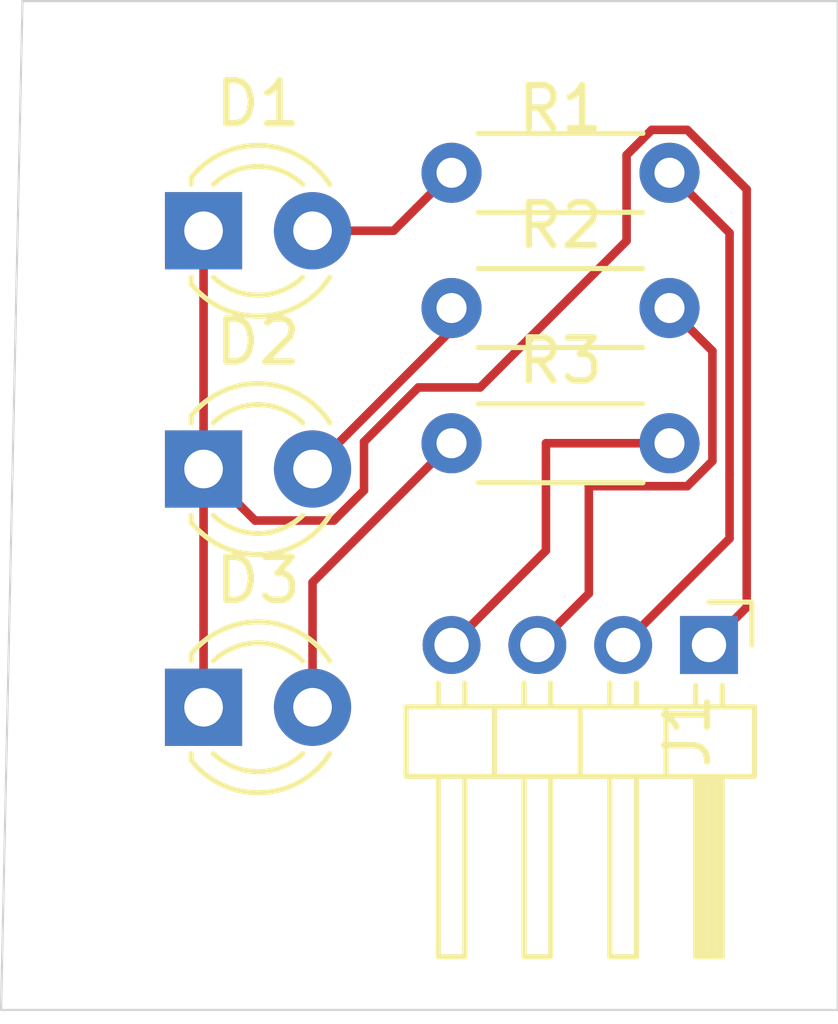
<source format=kicad_pcb>
(kicad_pcb (version 20240108) (generator "pcbnew") (generator_version "8.0")
  (layers (0 "F.Cu" signal) (31 "B.Cu" signal) (34 "B.Paste" user) (35 "F.Paste" user) (36 "B.SilkS" user "B.Silkscreen") (37 "F.SilkS" user "F.Silkscreen") (38 "B.Mask" user) (39 "F.Mask" user) (44 "Edge.Cuts" user))
  (net 0 "")
  (net 1 "Net-(D1-A)")
  (net 2 "Net-(D1-K)")
  (net 3 "Net-(D2-A)")
  (net 4 "Net-(D3-A)")
  (net 5 "Net-(J1-Pin_4)")
  (net 6 "Net-(J1-Pin_2)")
  (net 7 "Net-(J1-Pin_3)")
  (footprint "Resistor_THT:R_Axial_DIN0204_L3.6mm_D1.6mm_P5.08mm_Horizontal" (layer "F.Cu") (at 133.5 82.5)
    (property "Reference" "R1" (at 2.54 -1.5 0) (layer "F.SilkS"))
    (property "Value" "R")
    (fp_line (start 0.62 -0.92) (end 4.46 -0.92) (stroke (width 0.12)) (layer "F.SilkS"))
    (fp_line (start 0.62 0.92) (end 4.46 0.92) (stroke (width 0.12)) (layer "F.SilkS"))
    (pad "1" thru_hole circle (at 0 0) (size 1.4 1.4) (drill 0.7) (layers "*.Cu" "*.Mask") (net 1 "Net-(D1-A)"))
    (pad "2" thru_hole oval (at 5.08 0) (size 1.4 1.4) (drill 0.7) (layers "*.Cu" "*.Mask") (net 6 "Net-(J1-Pin_2)"))
  )
  (footprint "Resistor_THT:R_Axial_DIN0204_L3.6mm_D1.6mm_P5.08mm_Horizontal" (layer "F.Cu") (at 133.5 85.65)
    (property "Reference" "R2" (at 2.54 -1.92 0) (layer "F.SilkS"))
    (property "Value" "R")
    (fp_line (start 0.62 -0.92) (end 4.46 -0.92) (stroke (width 0.12)) (layer "F.SilkS"))
    (fp_line (start 0.62 0.92) (end 4.46 0.92) (stroke (width 0.12)) (layer "F.SilkS"))
    (pad "1" thru_hole circle (at 0 0) (size 1.4 1.4) (drill 0.7) (layers "*.Cu" "*.Mask") (net 3 "Net-(D2-A)"))
    (pad "2" thru_hole oval (at 5.08 0) (size 1.4 1.4) (drill 0.7) (layers "*.Cu" "*.Mask") (net 7 "Net-(J1-Pin_3)"))
  )
  (footprint "Resistor_THT:R_Axial_DIN0204_L3.6mm_D1.6mm_P5.08mm_Horizontal" (layer "F.Cu") (at 133.5 88.8)
    (property "Reference" "R3" (at 2.54 -1.92 0) (layer "F.SilkS"))
    (property "Value" "R")
    (fp_line (start 0.62 -0.92) (end 4.46 -0.92) (stroke (width 0.12)) (layer "F.SilkS"))
    (fp_line (start 0.62 0.92) (end 4.46 0.92) (stroke (width 0.12)) (layer "F.SilkS"))
    (pad "1" thru_hole circle (at 0 0) (size 1.4 1.4) (drill 0.7) (layers "*.Cu" "*.Mask") (net 4 "Net-(D3-A)"))
    (pad "2" thru_hole oval (at 5.08 0) (size 1.4 1.4) (drill 0.7) (layers "*.Cu" "*.Mask") (net 5 "Net-(J1-Pin_4)"))
  )
  (footprint "LED_THT:LED_D3.0mm" (layer "F.Cu") (at 127.72 83.85)
    (property "Reference" "D1" (at 1.27 -2.96 0) (layer "F.SilkS"))
    (property "Value" "LED")
    (fp_line (start -0.29 -1.236) (end -0.29 -1.08) (stroke (width 0.12)) (layer "F.SilkS"))
    (fp_line (start -0.29 1.08) (end -0.29 1.236) (stroke (width 0.12)) (layer "F.SilkS"))
    (fp_arc (start -0.29 -1.235516) (mid 1.366487 -1.987659) (end 2.942335 -1.078608) (stroke (width 0.12)) (layer "F.SilkS"))
    (fp_arc (start 0.229039 -1.08) (mid 1.270117 -1.5) (end 2.31113 -1.079837) (stroke (width 0.12)) (layer "F.SilkS"))
    (fp_arc (start 2.31113 1.079837) (mid 1.270117 1.5) (end 0.229039 1.08) (stroke (width 0.12)) (layer "F.SilkS"))
    (fp_arc (start 2.942335 1.078608) (mid 1.366487 1.987659) (end -0.29 1.235516) (stroke (width 0.12)) (layer "F.SilkS"))
    (pad "1" thru_hole rect (at 0 0) (size 1.8 1.8) (drill 0.9) (layers "*.Cu" "*.Mask") (net 2 "Net-(D1-K)"))
    (pad "2" thru_hole circle (at 2.54 0) (size 1.8 1.8) (drill 0.9) (layers "*.Cu" "*.Mask") (net 1 "Net-(D1-A)"))
  )
  (footprint "LED_THT:LED_D3.0mm" (layer "F.Cu") (at 127.72 89.4)
    (property "Reference" "D2" (at 1.27 -2.96 0) (layer "F.SilkS"))
    (property "Value" "LED")
    (fp_line (start -0.29 -1.236) (end -0.29 -1.08) (stroke (width 0.12)) (layer "F.SilkS"))
    (fp_line (start -0.29 1.08) (end -0.29 1.236) (stroke (width 0.12)) (layer "F.SilkS"))
    (fp_arc (start -0.29 -1.235516) (mid 1.366487 -1.987659) (end 2.942335 -1.078608) (stroke (width 0.12)) (layer "F.SilkS"))
    (fp_arc (start 0.229039 -1.08) (mid 1.270117 -1.5) (end 2.31113 -1.079837) (stroke (width 0.12)) (layer "F.SilkS"))
    (fp_arc (start 2.31113 1.079837) (mid 1.270117 1.5) (end 0.229039 1.08) (stroke (width 0.12)) (layer "F.SilkS"))
    (fp_arc (start 2.942335 1.078608) (mid 1.366487 1.987659) (end -0.29 1.235516) (stroke (width 0.12)) (layer "F.SilkS"))
    (pad "1" thru_hole rect (at 0 0) (size 1.8 1.8) (drill 0.9) (layers "*.Cu" "*.Mask") (net 2 "Net-(D1-K)"))
    (pad "2" thru_hole circle (at 2.54 0) (size 1.8 1.8) (drill 0.9) (layers "*.Cu" "*.Mask") (net 3 "Net-(D2-A)"))
  )
  (footprint "LED_THT:LED_D3.0mm" (layer "F.Cu") (at 127.72 94.95)
    (property "Reference" "D3" (at 1.27 -2.96 0) (layer "F.SilkS"))
    (property "Value" "LED")
    (fp_line (start -0.29 -1.236) (end -0.29 -1.08) (stroke (width 0.12)) (layer "F.SilkS"))
    (fp_line (start -0.29 1.08) (end -0.29 1.236) (stroke (width 0.12)) (layer "F.SilkS"))
    (fp_arc (start -0.29 -1.235516) (mid 1.366487 -1.987659) (end 2.942335 -1.078608) (stroke (width 0.12)) (layer "F.SilkS"))
    (fp_arc (start 0.229039 -1.08) (mid 1.270117 -1.5) (end 2.31113 -1.079837) (stroke (width 0.12)) (layer "F.SilkS"))
    (fp_arc (start 2.31113 1.079837) (mid 1.270117 1.5) (end 0.229039 1.08) (stroke (width 0.12)) (layer "F.SilkS"))
    (fp_arc (start 2.942335 1.078608) (mid 1.366487 1.987659) (end -0.29 1.235516) (stroke (width 0.12)) (layer "F.SilkS"))
    (pad "1" thru_hole rect (at 0 0) (size 1.8 1.8) (drill 0.9) (layers "*.Cu" "*.Mask") (net 2 "Net-(D1-K)"))
    (pad "2" thru_hole circle (at 2.54 0) (size 1.8 1.8) (drill 0.9) (layers "*.Cu" "*.Mask") (net 4 "Net-(D3-A)"))
  )
  (footprint "Connector_PinHeader_2.00mm:PinHeader_1x04_P2.00mm_Horizontal" (layer "F.Cu") (at 139.5 93.5 -90)
    (property "Reference" "J1" (at 2 0.5 90) (layer "F.SilkS"))
    (property "Value" "Conn_01x04_Pin")
    (fp_line (start 1.44 7.06) (end 3.06 7.06) (stroke (width 0.12)) (layer "F.SilkS"))
    (fp_line (start 3.06 7.06) (end 3.06 -1.06) (stroke (width 0.12)) (layer "F.SilkS"))
    (fp_line (start 0.882114 6.31) (end 1.44 6.31) (stroke (width 0.12)) (layer "F.SilkS"))
    (fp_line (start 7.26 6.31) (end 3.06 6.31) (stroke (width 0.12)) (layer "F.SilkS"))
    (fp_line (start 0.882114 5.69) (end 1.44 5.69) (stroke (width 0.12)) (layer "F.SilkS"))
    (fp_line (start 3.06 5.69) (end 7.26 5.69) (stroke (width 0.12)) (layer "F.SilkS"))
    (fp_line (start 7.26 5.69) (end 7.26 6.31) (stroke (width 0.12)) (layer "F.SilkS"))
    (fp_line (start 1.44 5) (end 3.06 5) (stroke (width 0.12)) (layer "F.SilkS"))
    (fp_line (start 0.882114 4.31) (end 1.44 4.31) (stroke (width 0.12)) (layer "F.SilkS"))
    (fp_line (start 7.26 4.31) (end 3.06 4.31) (stroke (width 0.12)) (layer "F.SilkS"))
    (fp_line (start 0.882114 3.69) (end 1.44 3.69) (stroke (width 0.12)) (layer "F.SilkS"))
    (fp_line (start 3.06 3.69) (end 7.26 3.69) (stroke (width 0.12)) (layer "F.SilkS"))
    (fp_line (start 7.26 3.69) (end 7.26 4.31) (stroke (width 0.12)) (layer "F.SilkS"))
    (fp_line (start 1.44 3) (end 3.06 3) (stroke (width 0.12)) (layer "F.SilkS"))
    (fp_line (start 0.882114 2.31) (end 1.44 2.31) (stroke (width 0.12)) (layer "F.SilkS"))
    (fp_line (start 7.26 2.31) (end 3.06 2.31) (stroke (width 0.12)) (layer "F.SilkS"))
    (fp_line (start 0.882114 1.69) (end 1.44 1.69) (stroke (width 0.12)) (layer "F.SilkS"))
    (fp_line (start 3.06 1.69) (end 7.26 1.69) (stroke (width 0.12)) (layer "F.SilkS"))
    (fp_line (start 7.26 1.69) (end 7.26 2.31) (stroke (width 0.12)) (layer "F.SilkS"))
    (fp_line (start 1.44 1) (end 3.06 1) (stroke (width 0.12)) (layer "F.SilkS"))
    (fp_line (start 0.935 0.31) (end 1.44 0.31) (stroke (width 0.12)) (layer "F.SilkS"))
    (fp_line (start 7.26 0.31) (end 3.06 0.31) (stroke (width 0.12)) (layer "F.SilkS"))
    (fp_line (start 3.06 0.23) (end 7.26 0.23) (stroke (width 0.12)) (layer "F.SilkS"))
    (fp_line (start 3.06 0.11) (end 7.26 0.11) (stroke (width 0.12)) (layer "F.SilkS"))
    (fp_line (start -1 0) (end -1 -1) (stroke (width 0.12)) (layer "F.SilkS"))
    (fp_line (start 3.06 -0.01) (end 7.26 -0.01) (stroke (width 0.12)) (layer "F.SilkS"))
    (fp_line (start 3.06 -0.13) (end 7.26 -0.13) (stroke (width 0.12)) (layer "F.SilkS"))
    (fp_line (start 3.06 -0.25) (end 7.26 -0.25) (stroke (width 0.12)) (layer "F.SilkS"))
    (fp_line (start 0.935 -0.31) (end 1.44 -0.31) (stroke (width 0.12)) (layer "F.SilkS"))
    (fp_line (start 3.06 -0.31) (end 7.26 -0.31) (stroke (width 0.12)) (layer "F.SilkS"))
    (fp_line (start 7.26 -0.31) (end 7.26 0.31) (stroke (width 0.12)) (layer "F.SilkS"))
    (fp_line (start -1 -1) (end 0 -1) (stroke (width 0.12)) (layer "F.SilkS"))
    (fp_line (start 1.44 -1.06) (end 1.44 7.06) (stroke (width 0.12)) (layer "F.SilkS"))
    (fp_line (start 3.06 -1.06) (end 1.44 -1.06) (stroke (width 0.12)) (layer "F.SilkS"))
    (pad "1" thru_hole rect (at 0 0 270) (size 1.35 1.35) (drill 0.8) (layers "*.Cu" "*.Mask") (net 2 "Net-(D1-K)"))
    (pad "2" thru_hole oval (at 0 2 270) (size 1.35 1.35) (drill 0.8) (layers "*.Cu" "*.Mask") (net 6 "Net-(J1-Pin_2)"))
    (pad "3" thru_hole oval (at 0 4 270) (size 1.35 1.35) (drill 0.8) (layers "*.Cu" "*.Mask") (net 7 "Net-(J1-Pin_3)"))
    (pad "4" thru_hole oval (at 0 6 270) (size 1.35 1.35) (drill 0.8) (layers "*.Cu" "*.Mask") (net 5 "Net-(J1-Pin_4)"))
  )
  (gr_line (start 123.5 78.5) (end 125 78.5) (stroke (width 0.05)) (layer "Edge.Cuts"))
  (gr_line (start 142.5 78.5) (end 142.5 102) (stroke (width 0.05)) (layer "Edge.Cuts"))
  (gr_line (start 125 78.5) (end 142.5 78.5) (stroke (width 0.05)) (layer "Edge.Cuts"))
  (gr_line (start 142.5 102) (end 123 102) (stroke (width 0.05)) (layer "Edge.Cuts"))
  (gr_line (start 123 102) (end 123.5 78.5) (stroke (width 0.05)) (layer "Edge.Cuts"))
  (segment (start 133.5 82.5) (end 132.15 83.85) (width 0.2) (layer "F.Cu") (net 1))
  (segment (start 132.15 83.85) (end 130.26 83.85) (width 0.2) (layer "F.Cu") (net 1))
  (segment (start 127.72 89.4) (end 128.92 90.6) (width 0.2) (layer "F.Cu") (net 2))
  (segment (start 131.46 89.897057) (end 131.46 88.765686) (width 0.2) (layer "F.Cu") (net 2))
  (segment (start 137.58 84.085786) (end 137.58 82.085786) (width 0.2) (layer "F.Cu") (net 2))
  (segment (start 128.92 90.6) (end 130.757057 90.6) (width 0.2) (layer "F.Cu") (net 2))
  (segment (start 138.165786 81.5) (end 138.994214 81.5) (width 0.2) (layer "F.Cu") (net 2))
  (segment (start 127.72 83.85) (end 127.72 94.95) (width 0.2) (layer "F.Cu") (net 2))
  (segment (start 134.165786 87.5) (end 137.58 84.085786) (width 0.2) (layer "F.Cu") (net 2))
  (segment (start 138.994214 81.5) (end 140.38 82.885786) (width 0.2) (layer "F.Cu") (net 2))
  (segment (start 132.725686 87.5) (end 134.165786 87.5) (width 0.2) (layer "F.Cu") (net 2))
  (segment (start 130.757057 90.6) (end 131.46 89.897057) (width 0.2) (layer "F.Cu") (net 2))
  (segment (start 140.38 82.885786) (end 140.38 92.62) (width 0.2) (layer "F.Cu") (net 2))
  (segment (start 140.38 92.62) (end 139.5 93.5) (width 0.2) (layer "F.Cu") (net 2))
  (segment (start 131.46 88.765686) (end 132.725686 87.5) (width 0.2) (layer "F.Cu") (net 2))
  (segment (start 137.58 82.085786) (end 138.165786 81.5) (width 0.2) (layer "F.Cu") (net 2))
  (segment (start 130.26 89.4) (end 133.5 86.16) (width 0.2) (layer "F.Cu") (net 3))
  (segment (start 133.5 86.16) (end 133.5 85.65) (width 0.2) (layer "F.Cu") (net 3))
  (segment (start 130.26 94.95) (end 130.26 92.04) (width 0.2) (layer "F.Cu") (net 4))
  (segment (start 130.26 92.04) (end 133.5 88.8) (width 0.2) (layer "F.Cu") (net 4))
  (segment (start 135.7 88.8) (end 138.58 88.8) (width 0.2) (layer "F.Cu") (net 5))
  (segment (start 135.7 91.3) (end 135.7 88.8) (width 0.2) (layer "F.Cu") (net 5))
  (segment (start 133.5 93.5) (end 135.7 91.3) (width 0.2) (layer "F.Cu") (net 5))
  (segment (start 137.5 93.5) (end 139.98 91.02) (width 0.2) (layer "F.Cu") (net 6))
  (segment (start 139.98 91.02) (end 139.98 89.52) (width 0.2) (layer "F.Cu") (net 6))
  (segment (start 139.98 89.52) (end 139.98 83.9) (width 0.2) (layer "F.Cu") (net 6))
  (segment (start 139.98 83.9) (end 138.58 82.5) (width 0.2) (layer "F.Cu") (net 6))
  (segment (start 135.5 93.5) (end 136.7 92.3) (width 0.2) (layer "F.Cu") (net 7))
  (segment (start 136.7 89.8) (end 138.994214 89.8) (width 0.2) (layer "F.Cu") (net 7))
  (segment (start 136.7 92.3) (end 136.7 89.8) (width 0.2) (layer "F.Cu") (net 7))
  (segment (start 139.58 89.214214) (end 139.58 86.65) (width 0.2) (layer "F.Cu") (net 7))
  (segment (start 139.58 86.65) (end 138.58 85.65) (width 0.2) (layer "F.Cu") (net 7))
  (segment (start 138.994214 89.8) (end 139.58 89.214214) (width 0.2) (layer "F.Cu") (net 7))
)
</source>
